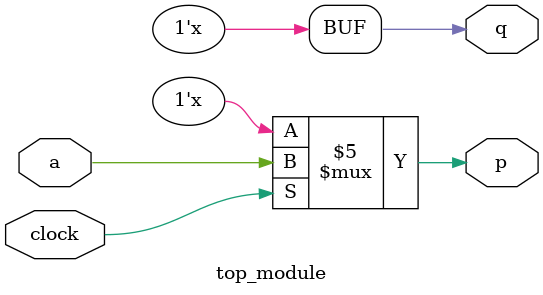
<source format=v>
module top_module (
    input clock,
    input a,
    output p,
    output q );
    always@(clock)
        begin
            if(clock)
                p<=a;
            else
                q<=p;
        end
endmodule

</source>
